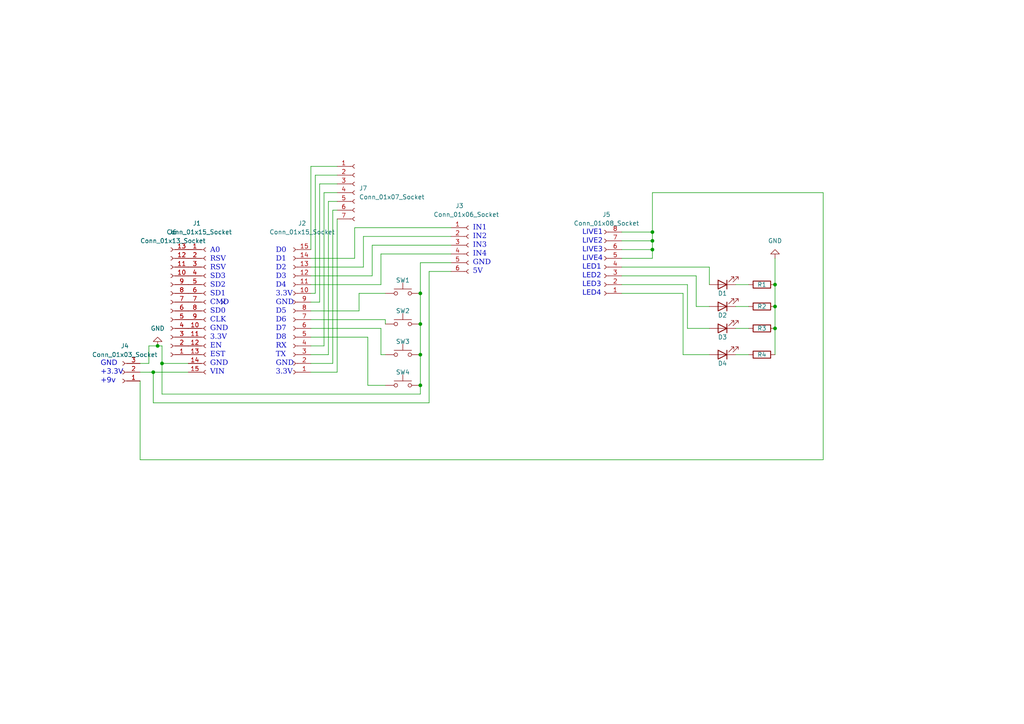
<source format=kicad_sch>
(kicad_sch (version 20230121) (generator eeschema)
  (paper "A4")
  (lib_symbols
    (symbol "Connector:Conn_01x03_Socket" (pin_names (offset 1.016) hide)
      (property "Reference" "J" (at 0 5.08 0))
      (property "Value" "Conn_01x03_Socket" (at 0 -5.08 0))
      (symbol "Conn_01x03_Socket_1_1"
        (arc (start 0 -2.032) (mid -0.5058 -2.54) (end 0 -3.048) (stroke (width 0.1524)))
        (polyline (pts (xy -1.27 -2.54) (xy -0.508 -2.54)) (stroke (width 0.1524)))
        (polyline (pts (xy -1.27 0) (xy -0.508 0)) (stroke (width 0.1524)))
        (polyline (pts (xy -1.27 2.54) (xy -0.508 2.54)) (stroke (width 0.1524)))
        (arc (start 0 0.508) (mid -0.5058 0) (end 0 -0.508) (stroke (width 0.1524)))
        (arc (start 0 3.048) (mid -0.5058 2.54) (end 0 2.032) (stroke (width 0.1524)))
        (pin passive line (at -5.08 2.54 0) (length 3.81) (name "Pin_1") (number "1"))
        (pin passive line (at -5.08 0 0) (length 3.81) (name "Pin_2") (number "2"))
        (pin passive line (at -5.08 -2.54 0) (length 3.81) (name "Pin_3") (number "3"))
      )
    )
    (symbol "Connector:Conn_01x06_Socket" (pin_names (offset 1.016) hide)
      (property "Reference" "J" (at 0 7.62 0))
      (property "Value" "Conn_01x06_Socket" (at 0 -10.16 0))
      (symbol "Conn_01x06_Socket_1_1"
        (arc (start 0 -7.112) (mid -0.5058 -7.62) (end 0 -8.128) (stroke (width 0.1524)))
        (arc (start 0 -4.572) (mid -0.5058 -5.08) (end 0 -5.588) (stroke (width 0.1524)))
        (arc (start 0 -2.032) (mid -0.5058 -2.54) (end 0 -3.048) (stroke (width 0.1524)))
        (polyline (pts (xy -1.27 -7.62) (xy -0.508 -7.62)) (stroke (width 0.1524)))
        (polyline (pts (xy -1.27 -5.08) (xy -0.508 -5.08)) (stroke (width 0.1524)))
        (polyline (pts (xy -1.27 -2.54) (xy -0.508 -2.54)) (stroke (width 0.1524)))
        (polyline (pts (xy -1.27 0) (xy -0.508 0)) (stroke (width 0.1524)))
        (polyline (pts (xy -1.27 2.54) (xy -0.508 2.54)) (stroke (width 0.1524)))
        (polyline (pts (xy -1.27 5.08) (xy -0.508 5.08)) (stroke (width 0.1524)))
        (arc (start 0 0.508) (mid -0.5058 0) (end 0 -0.508) (stroke (width 0.1524)))
        (arc (start 0 3.048) (mid -0.5058 2.54) (end 0 2.032) (stroke (width 0.1524)))
        (arc (start 0 5.588) (mid -0.5058 5.08) (end 0 4.572) (stroke (width 0.1524)))
        (pin passive line (at -5.08 5.08 0) (length 3.81) (name "Pin_1") (number "1"))
        (pin passive line (at -5.08 2.54 0) (length 3.81) (name "Pin_2") (number "2"))
        (pin passive line (at -5.08 0 0) (length 3.81) (name "Pin_3") (number "3"))
        (pin passive line (at -5.08 -2.54 0) (length 3.81) (name "Pin_4") (number "4"))
        (pin passive line (at -5.08 -5.08 0) (length 3.81) (name "Pin_5") (number "5"))
        (pin passive line (at -5.08 -7.62 0) (length 3.81) (name "Pin_6") (number "6"))
      )
    )
    (symbol "Connector:Conn_01x07_Socket" (pin_names (offset 1.016) hide)
      (property "Reference" "J" (at 0 10.16 0))
      (property "Value" "Conn_01x07_Socket" (at 0 -10.16 0))
      (symbol "Conn_01x07_Socket_1_1"
        (arc (start 0 -7.112) (mid -0.5058 -7.62) (end 0 -8.128) (stroke (width 0.1524)))
        (arc (start 0 -4.572) (mid -0.5058 -5.08) (end 0 -5.588) (stroke (width 0.1524)))
        (arc (start 0 -2.032) (mid -0.5058 -2.54) (end 0 -3.048) (stroke (width 0.1524)))
        (polyline (pts (xy -1.27 -7.62) (xy -0.508 -7.62)) (stroke (width 0.1524)))
        (polyline (pts (xy -1.27 -5.08) (xy -0.508 -5.08)) (stroke (width 0.1524)))
        (polyline (pts (xy -1.27 -2.54) (xy -0.508 -2.54)) (stroke (width 0.1524)))
        (polyline (pts (xy -1.27 0) (xy -0.508 0)) (stroke (width 0.1524)))
        (polyline (pts (xy -1.27 2.54) (xy -0.508 2.54)) (stroke (width 0.1524)))
        (polyline (pts (xy -1.27 5.08) (xy -0.508 5.08)) (stroke (width 0.1524)))
        (polyline (pts (xy -1.27 7.62) (xy -0.508 7.62)) (stroke (width 0.1524)))
        (arc (start 0 0.508) (mid -0.5058 0) (end 0 -0.508) (stroke (width 0.1524)))
        (arc (start 0 3.048) (mid -0.5058 2.54) (end 0 2.032) (stroke (width 0.1524)))
        (arc (start 0 5.588) (mid -0.5058 5.08) (end 0 4.572) (stroke (width 0.1524)))
        (arc (start 0 8.128) (mid -0.5058 7.62) (end 0 7.112) (stroke (width 0.1524)))
        (pin passive line (at -5.08 7.62 0) (length 3.81) (name "Pin_1") (number "1"))
        (pin passive line (at -5.08 5.08 0) (length 3.81) (name "Pin_2") (number "2"))
        (pin passive line (at -5.08 2.54 0) (length 3.81) (name "Pin_3") (number "3"))
        (pin passive line (at -5.08 0 0) (length 3.81) (name "Pin_4") (number "4"))
        (pin passive line (at -5.08 -2.54 0) (length 3.81) (name "Pin_5") (number "5"))
        (pin passive line (at -5.08 -5.08 0) (length 3.81) (name "Pin_6") (number "6"))
        (pin passive line (at -5.08 -7.62 0) (length 3.81) (name "Pin_7") (number "7"))
      )
    )
    (symbol "Connector:Conn_01x08_Socket" (pin_names (offset 1.016) hide)
      (property "Reference" "J" (at 0 10.16 0))
      (property "Value" "Conn_01x08_Socket" (at 0 -12.7 0))
      (symbol "Conn_01x08_Socket_1_1"
        (arc (start 0 -9.652) (mid -0.5058 -10.16) (end 0 -10.668) (stroke (width 0.1524)))
        (arc (start 0 -7.112) (mid -0.5058 -7.62) (end 0 -8.128) (stroke (width 0.1524)))
        (arc (start 0 -4.572) (mid -0.5058 -5.08) (end 0 -5.588) (stroke (width 0.1524)))
        (arc (start 0 -2.032) (mid -0.5058 -2.54) (end 0 -3.048) (stroke (width 0.1524)))
        (polyline (pts (xy -1.27 -10.16) (xy -0.508 -10.16)) (stroke (width 0.1524)))
        (polyline (pts (xy -1.27 -7.62) (xy -0.508 -7.62)) (stroke (width 0.1524)))
        (polyline (pts (xy -1.27 -5.08) (xy -0.508 -5.08)) (stroke (width 0.1524)))
        (polyline (pts (xy -1.27 -2.54) (xy -0.508 -2.54)) (stroke (width 0.1524)))
        (polyline (pts (xy -1.27 0) (xy -0.508 0)) (stroke (width 0.1524)))
        (polyline (pts (xy -1.27 2.54) (xy -0.508 2.54)) (stroke (width 0.1524)))
        (polyline (pts (xy -1.27 5.08) (xy -0.508 5.08)) (stroke (width 0.1524)))
        (polyline (pts (xy -1.27 7.62) (xy -0.508 7.62)) (stroke (width 0.1524)))
        (arc (start 0 0.508) (mid -0.5058 0) (end 0 -0.508) (stroke (width 0.1524)))
        (arc (start 0 3.048) (mid -0.5058 2.54) (end 0 2.032) (stroke (width 0.1524)))
        (arc (start 0 5.588) (mid -0.5058 5.08) (end 0 4.572) (stroke (width 0.1524)))
        (arc (start 0 8.128) (mid -0.5058 7.62) (end 0 7.112) (stroke (width 0.1524)))
        (pin passive line (at -5.08 7.62 0) (length 3.81) (name "Pin_1") (number "1"))
        (pin passive line (at -5.08 5.08 0) (length 3.81) (name "Pin_2") (number "2"))
        (pin passive line (at -5.08 2.54 0) (length 3.81) (name "Pin_3") (number "3"))
        (pin passive line (at -5.08 0 0) (length 3.81) (name "Pin_4") (number "4"))
        (pin passive line (at -5.08 -2.54 0) (length 3.81) (name "Pin_5") (number "5"))
        (pin passive line (at -5.08 -5.08 0) (length 3.81) (name "Pin_6") (number "6"))
        (pin passive line (at -5.08 -7.62 0) (length 3.81) (name "Pin_7") (number "7"))
        (pin passive line (at -5.08 -10.16 0) (length 3.81) (name "Pin_8") (number "8"))
      )
    )
    (symbol "Connector:Conn_01x13_Socket" (pin_names (offset 1.016) hide)
      (property "Reference" "J" (at 0 17.78 0))
      (property "Value" "Conn_01x13_Socket" (at 0 -17.78 0))
      (symbol "Conn_01x13_Socket_1_1"
        (arc (start 0 -14.732) (mid -0.5058 -15.24) (end 0 -15.748) (stroke (width 0.1524)))
        (arc (start 0 -12.192) (mid -0.5058 -12.7) (end 0 -13.208) (stroke (width 0.1524)))
        (arc (start 0 -9.652) (mid -0.5058 -10.16) (end 0 -10.668) (stroke (width 0.1524)))
        (arc (start 0 -7.112) (mid -0.5058 -7.62) (end 0 -8.128) (stroke (width 0.1524)))
        (arc (start 0 -4.572) (mid -0.5058 -5.08) (end 0 -5.588) (stroke (width 0.1524)))
        (arc (start 0 -2.032) (mid -0.5058 -2.54) (end 0 -3.048) (stroke (width 0.1524)))
        (polyline (pts (xy -1.27 -15.24) (xy -0.508 -15.24)) (stroke (width 0.1524)))
        (polyline (pts (xy -1.27 -12.7) (xy -0.508 -12.7)) (stroke (width 0.1524)))
        (polyline (pts (xy -1.27 -10.16) (xy -0.508 -10.16)) (stroke (width 0.1524)))
        (polyline (pts (xy -1.27 -7.62) (xy -0.508 -7.62)) (stroke (width 0.1524)))
        (polyline (pts (xy -1.27 -5.08) (xy -0.508 -5.08)) (stroke (width 0.1524)))
        (polyline (pts (xy -1.27 -2.54) (xy -0.508 -2.54)) (stroke (width 0.1524)))
        (polyline (pts (xy -1.27 0) (xy -0.508 0)) (stroke (width 0.1524)))
        (polyline (pts (xy -1.27 2.54) (xy -0.508 2.54)) (stroke (width 0.1524)))
        (polyline (pts (xy -1.27 5.08) (xy -0.508 5.08)) (stroke (width 0.1524)))
        (polyline (pts (xy -1.27 7.62) (xy -0.508 7.62)) (stroke (width 0.1524)))
        (polyline (pts (xy -1.27 10.16) (xy -0.508 10.16)) (stroke (width 0.1524)))
        (polyline (pts (xy -1.27 12.7) (xy -0.508 12.7)) (stroke (width 0.1524)))
        (polyline (pts (xy -1.27 15.24) (xy -0.508 15.24)) (stroke (width 0.1524)))
        (arc (start 0 0.508) (mid -0.5058 0) (end 0 -0.508) (stroke (width 0.1524)))
        (arc (start 0 3.048) (mid -0.5058 2.54) (end 0 2.032) (stroke (width 0.1524)))
        (arc (start 0 5.588) (mid -0.5058 5.08) (end 0 4.572) (stroke (width 0.1524)))
        (arc (start 0 8.128) (mid -0.5058 7.62) (end 0 7.112) (stroke (width 0.1524)))
        (arc (start 0 10.668) (mid -0.5058 10.16) (end 0 9.652) (stroke (width 0.1524)))
        (arc (start 0 13.208) (mid -0.5058 12.7) (end 0 12.192) (stroke (width 0.1524)))
        (arc (start 0 15.748) (mid -0.5058 15.24) (end 0 14.732) (stroke (width 0.1524)))
        (pin passive line (at -5.08 15.24 0) (length 3.81) (name "Pin_1") (number "1"))
        (pin passive line (at -5.08 -7.62 0) (length 3.81) (name "Pin_10") (number "10"))
        (pin passive line (at -5.08 -10.16 0) (length 3.81) (name "Pin_11") (number "11"))
        (pin passive line (at -5.08 -12.7 0) (length 3.81) (name "Pin_12") (number "12"))
        (pin passive line (at -5.08 -15.24 0) (length 3.81) (name "Pin_13") (number "13"))
        (pin passive line (at -5.08 12.7 0) (length 3.81) (name "Pin_2") (number "2"))
        (pin passive line (at -5.08 10.16 0) (length 3.81) (name "Pin_3") (number "3"))
        (pin passive line (at -5.08 7.62 0) (length 3.81) (name "Pin_4") (number "4"))
        (pin passive line (at -5.08 5.08 0) (length 3.81) (name "Pin_5") (number "5"))
        (pin passive line (at -5.08 2.54 0) (length 3.81) (name "Pin_6") (number "6"))
        (pin passive line (at -5.08 0 0) (length 3.81) (name "Pin_7") (number "7"))
        (pin passive line (at -5.08 -2.54 0) (length 3.81) (name "Pin_8") (number "8"))
        (pin passive line (at -5.08 -5.08 0) (length 3.81) (name "Pin_9") (number "9"))
      )
    )
    (symbol "Connector:Conn_01x15_Socket" (pin_names (offset 1.016) hide)
      (property "Reference" "J" (at 0 20.32 0))
      (property "Value" "Conn_01x15_Socket" (at 0 -20.32 0))
      (symbol "Conn_01x15_Socket_1_1"
        (arc (start 0 -17.272) (mid -0.5058 -17.78) (end 0 -18.288) (stroke (width 0.1524)))
        (arc (start 0 -14.732) (mid -0.5058 -15.24) (end 0 -15.748) (stroke (width 0.1524)))
        (arc (start 0 -12.192) (mid -0.5058 -12.7) (end 0 -13.208) (stroke (width 0.1524)))
        (arc (start 0 -9.652) (mid -0.5058 -10.16) (end 0 -10.668) (stroke (width 0.1524)))
        (arc (start 0 -7.112) (mid -0.5058 -7.62) (end 0 -8.128) (stroke (width 0.1524)))
        (arc (start 0 -4.572) (mid -0.5058 -5.08) (end 0 -5.588) (stroke (width 0.1524)))
        (arc (start 0 -2.032) (mid -0.5058 -2.54) (end 0 -3.048) (stroke (width 0.1524)))
        (polyline (pts (xy -1.27 -17.78) (xy -0.508 -17.78)) (stroke (width 0.1524)))
        (polyline (pts (xy -1.27 -15.24) (xy -0.508 -15.24)) (stroke (width 0.1524)))
        (polyline (pts (xy -1.27 -12.7) (xy -0.508 -12.7)) (stroke (width 0.1524)))
        (polyline (pts (xy -1.27 -10.16) (xy -0.508 -10.16)) (stroke (width 0.1524)))
        (polyline (pts (xy -1.27 -7.62) (xy -0.508 -7.62)) (stroke (width 0.1524)))
        (polyline (pts (xy -1.27 -5.08) (xy -0.508 -5.08)) (stroke (width 0.1524)))
        (polyline (pts (xy -1.27 -2.54) (xy -0.508 -2.54)) (stroke (width 0.1524)))
        (polyline (pts (xy -1.27 0) (xy -0.508 0)) (stroke (width 0.1524)))
        (polyline (pts (xy -1.27 2.54) (xy -0.508 2.54)) (stroke (width 0.1524)))
        (polyline (pts (xy -1.27 5.08) (xy -0.508 5.08)) (stroke (width 0.1524)))
        (polyline (pts (xy -1.27 7.62) (xy -0.508 7.62)) (stroke (width 0.1524)))
        (polyline (pts (xy -1.27 10.16) (xy -0.508 10.16)) (stroke (width 0.1524)))
        (polyline (pts (xy -1.27 12.7) (xy -0.508 12.7)) (stroke (width 0.1524)))
        (polyline (pts (xy -1.27 15.24) (xy -0.508 15.24)) (stroke (width 0.1524)))
        (polyline (pts (xy -1.27 17.78) (xy -0.508 17.78)) (stroke (width 0.1524)))
        (arc (start 0 0.508) (mid -0.5058 0) (end 0 -0.508) (stroke (width 0.1524)))
        (arc (start 0 3.048) (mid -0.5058 2.54) (end 0 2.032) (stroke (width 0.1524)))
        (arc (start 0 5.588) (mid -0.5058 5.08) (end 0 4.572) (stroke (width 0.1524)))
        (arc (start 0 8.128) (mid -0.5058 7.62) (end 0 7.112) (stroke (width 0.1524)))
        (arc (start 0 10.668) (mid -0.5058 10.16) (end 0 9.652) (stroke (width 0.1524)))
        (arc (start 0 13.208) (mid -0.5058 12.7) (end 0 12.192) (stroke (width 0.1524)))
        (arc (start 0 15.748) (mid -0.5058 15.24) (end 0 14.732) (stroke (width 0.1524)))
        (arc (start 0 18.288) (mid -0.5058 17.78) (end 0 17.272) (stroke (width 0.1524)))
        (pin passive line (at -5.08 17.78 0) (length 3.81) (name "Pin_1") (number "1"))
        (pin passive line (at -5.08 -5.08 0) (length 3.81) (name "Pin_10") (number "10"))
        (pin passive line (at -5.08 -7.62 0) (length 3.81) (name "Pin_11") (number "11"))
        (pin passive line (at -5.08 -10.16 0) (length 3.81) (name "Pin_12") (number "12"))
        (pin passive line (at -5.08 -12.7 0) (length 3.81) (name "Pin_13") (number "13"))
        (pin passive line (at -5.08 -15.24 0) (length 3.81) (name "Pin_14") (number "14"))
        (pin passive line (at -5.08 -17.78 0) (length 3.81) (name "Pin_15") (number "15"))
        (pin passive line (at -5.08 15.24 0) (length 3.81) (name "Pin_2") (number "2"))
        (pin passive line (at -5.08 12.7 0) (length 3.81) (name "Pin_3") (number "3"))
        (pin passive line (at -5.08 10.16 0) (length 3.81) (name "Pin_4") (number "4"))
        (pin passive line (at -5.08 7.62 0) (length 3.81) (name "Pin_5") (number "5"))
        (pin passive line (at -5.08 5.08 0) (length 3.81) (name "Pin_6") (number "6"))
        (pin passive line (at -5.08 2.54 0) (length 3.81) (name "Pin_7") (number "7"))
        (pin passive line (at -5.08 0 0) (length 3.81) (name "Pin_8") (number "8"))
        (pin passive line (at -5.08 -2.54 0) (length 3.81) (name "Pin_9") (number "9"))
      )
    )
    (symbol "Device:LED" (pin_numbers hide) (pin_names (offset 1.016) hide)
      (property "Reference" "D" (at 0 2.54 0))
      (property "Value" "LED" (at 0 -2.54 0))
      (symbol "LED_0_1"
        (polyline (pts (xy -1.27 -1.27) (xy -1.27 1.27)) (stroke (width 0.254)))
        (polyline (pts (xy -1.27 0) (xy 1.27 0)))
        (polyline (pts (xy 1.27 -1.27) (xy 1.27 1.27) (xy -1.27 0) (xy 1.27 -1.27)) (stroke (width 0.254)))
        (polyline (pts (xy -3.048 -0.762) (xy -4.572 -2.286) (xy -3.81 -2.286) (xy -4.572 -2.286) (xy -4.572 -1.524)))
        (polyline (pts (xy -1.778 -0.762) (xy -3.302 -2.286) (xy -2.54 -2.286) (xy -3.302 -2.286) (xy -3.302 -1.524)))
      )
      (symbol "LED_1_1"
        (pin passive line (at -3.81 0 0) (length 2.54) (name "K") (number "1"))
        (pin passive line (at 3.81 0 180) (length 2.54) (name "A") (number "2"))
      )
    )
    (symbol "Device:R" (pin_numbers hide) (pin_names (offset 0))
      (property "Reference" "R" (at 2.032 0 90))
      (property "Value" "R" (at 0 0 90))
      (symbol "R_0_1"
        (rectangle (start -1.016 -2.54) (end 1.016 2.54) (stroke (width 0.254)))
      )
      (symbol "R_1_1"
        (pin passive line (at 0 3.81 270) (length 1.27) (name "~") (number "1"))
        (pin passive line (at 0 -3.81 90) (length 1.27) (name "~") (number "2"))
      )
    )
    (symbol "Switch:SW_Push" (pin_numbers hide) (pin_names (offset 1.016) hide)
      (property "Reference" "SW" (at 1.27 2.54 0))
      (property "Value" "SW_Push" (at 0 -1.524 0))
      (symbol "SW_Push_0_1"
        (circle (center -2.032 0) (radius 0.508))
        (polyline (pts (xy 0 1.27) (xy 0 3.048)))
        (polyline (pts (xy 2.54 1.27) (xy -2.54 1.27)))
        (circle (center 2.032 0) (radius 0.508))
        (pin passive line (at -5.08 0 0) (length 2.54) (name "1") (number "1"))
        (pin passive line (at 5.08 0 180) (length 2.54) (name "2") (number "2"))
      )
    )
    (symbol "power:GND" (power) (pin_names (offset 0))
      (property "Value" "GND" (at 0 -3.81 0))
      (symbol "GND_0_1"
        (polyline (pts (xy 0 0) (xy 0 -1.27) (xy 1.27 -1.27) (xy 0 -2.54) (xy -1.27 -1.27) (xy 0 -1.27)))
      )
      (symbol "GND_1_1"
        (pin power_in line (at 0 0 270) (length 0) hide (name "GND") (number "1"))
      )
    )
  )
  (junction (at 189.23 72.39))
  (junction (at 189.23 69.85))
  (junction (at 46.99 105.41))
  (junction (at 121.92 85.09))
  (junction (at 224.79 88.9))
  (junction (at 224.79 82.55))
  (junction (at 45.72 100.33))
  (junction (at 224.79 95.25))
  (junction (at 121.92 111.76))
  (junction (at 189.23 67.31))
  (junction (at 44.45 107.95))
  (junction (at 121.92 93.98))
  (junction (at 121.92 102.87))
  (no_connect (at 64.77 87.63))
  (wire (pts (xy 213.36 95.25) (xy 217.17 95.25)))
  (wire (pts (xy 121.92 76.2) (xy 121.92 85.09)))
  (wire (pts (xy 213.36 102.87) (xy 217.17 102.87)))
  (wire (pts (xy 102.87 74.93) (xy 90.17 74.93)))
  (wire (pts (xy 124.46 116.84) (xy 44.45 116.84)))
  (wire (pts (xy 110.49 82.55) (xy 90.17 82.55)))
  (wire (pts (xy 102.87 66.04) (xy 102.87 74.93)))
  (wire (pts (xy 95.25 58.42) (xy 97.79 58.42)))
  (wire (pts (xy 121.92 93.98) (xy 121.92 102.87)))
  (wire (pts (xy 44.45 107.95) (xy 44.45 116.84)))
  (wire (pts (xy 90.17 80.01) (xy 107.95 80.01)))
  (wire (pts (xy 90.17 97.79) (xy 106.68 97.79)))
  (wire (pts (xy 97.79 107.95) (xy 97.79 63.5)))
  (wire (pts (xy 180.34 69.85) (xy 189.23 69.85)))
  (wire (pts (xy 189.23 72.39) (xy 189.23 74.93)))
  (wire (pts (xy 91.44 85.09) (xy 90.17 85.09)))
  (wire (pts (xy 213.36 88.9) (xy 217.17 88.9)))
  (wire (pts (xy 95.25 102.87) (xy 95.25 58.42)))
  (wire (pts (xy 110.49 73.66) (xy 110.49 82.55)))
  (wire (pts (xy 92.71 53.34) (xy 97.79 53.34)))
  (wire (pts (xy 40.64 107.95) (xy 44.45 107.95)))
  (wire (pts (xy 46.99 114.3) (xy 121.92 114.3)))
  (wire (pts (xy 130.81 66.04) (xy 102.87 66.04)))
  (wire (pts (xy 97.79 50.8) (xy 91.44 50.8)))
  (wire (pts (xy 40.64 105.41) (xy 43.18 105.41)))
  (wire (pts (xy 107.95 80.01) (xy 107.95 71.12)))
  (wire (pts (xy 104.14 85.09) (xy 111.76 85.09)))
  (wire (pts (xy 130.81 68.58) (xy 105.41 68.58)))
  (wire (pts (xy 224.79 82.55) (xy 224.79 88.9)))
  (wire (pts (xy 130.81 78.74) (xy 124.46 78.74)))
  (wire (pts (xy 107.95 71.12) (xy 130.81 71.12)))
  (wire (pts (xy 90.17 72.39) (xy 90.17 48.26)))
  (wire (pts (xy 46.99 105.41) (xy 54.61 105.41)))
  (wire (pts (xy 106.68 97.79) (xy 106.68 111.76)))
  (wire (pts (xy 180.34 82.55) (xy 199.39 82.55)))
  (wire (pts (xy 180.34 74.93) (xy 189.23 74.93)))
  (wire (pts (xy 104.14 90.17) (xy 104.14 85.09)))
  (wire (pts (xy 121.92 85.09) (xy 121.92 93.98)))
  (wire (pts (xy 46.99 105.41) (xy 46.99 114.3)))
  (wire (pts (xy 96.52 105.41) (xy 90.17 105.41)))
  (wire (pts (xy 46.99 100.33) (xy 46.99 105.41)))
  (wire (pts (xy 90.17 95.25) (xy 110.49 95.25)))
  (wire (pts (xy 111.76 92.71) (xy 111.76 93.98)))
  (wire (pts (xy 201.93 88.9) (xy 205.74 88.9)))
  (wire (pts (xy 106.68 111.76) (xy 111.76 111.76)))
  (wire (pts (xy 238.76 55.88) (xy 238.76 133.35)))
  (wire (pts (xy 105.41 68.58) (xy 105.41 77.47)))
  (wire (pts (xy 224.79 74.93) (xy 224.79 82.55)))
  (wire (pts (xy 189.23 55.88) (xy 189.23 67.31)))
  (wire (pts (xy 198.12 85.09) (xy 198.12 102.87)))
  (wire (pts (xy 46.99 100.33) (xy 45.72 100.33)))
  (wire (pts (xy 121.92 102.87) (xy 121.92 111.76)))
  (wire (pts (xy 91.44 50.8) (xy 91.44 85.09)))
  (wire (pts (xy 189.23 69.85) (xy 189.23 67.31)))
  (wire (pts (xy 189.23 55.88) (xy 238.76 55.88)))
  (wire (pts (xy 224.79 95.25) (xy 224.79 102.87)))
  (wire (pts (xy 121.92 111.76) (xy 121.92 114.3)))
  (wire (pts (xy 130.81 76.2) (xy 121.92 76.2)))
  (wire (pts (xy 110.49 95.25) (xy 110.49 102.87)))
  (wire (pts (xy 238.76 133.35) (xy 40.64 133.35)))
  (wire (pts (xy 97.79 55.88) (xy 93.98 55.88)))
  (wire (pts (xy 205.74 77.47) (xy 205.74 82.55)))
  (wire (pts (xy 90.17 90.17) (xy 104.14 90.17)))
  (wire (pts (xy 93.98 100.33) (xy 90.17 100.33)))
  (wire (pts (xy 90.17 87.63) (xy 92.71 87.63)))
  (wire (pts (xy 40.64 110.49) (xy 40.64 133.35)))
  (wire (pts (xy 180.34 80.01) (xy 201.93 80.01)))
  (wire (pts (xy 45.72 100.33) (xy 43.18 100.33)))
  (wire (pts (xy 92.71 87.63) (xy 92.71 53.34)))
  (wire (pts (xy 213.36 82.55) (xy 217.17 82.55)))
  (wire (pts (xy 224.79 88.9) (xy 224.79 95.25)))
  (wire (pts (xy 124.46 78.74) (xy 124.46 116.84)))
  (wire (pts (xy 44.45 107.95) (xy 54.61 107.95)))
  (wire (pts (xy 180.34 85.09) (xy 198.12 85.09)))
  (wire (pts (xy 201.93 80.01) (xy 201.93 88.9)))
  (wire (pts (xy 43.18 100.33) (xy 43.18 105.41)))
  (wire (pts (xy 189.23 67.31) (xy 180.34 67.31)))
  (wire (pts (xy 96.52 60.96) (xy 96.52 105.41)))
  (wire (pts (xy 180.34 77.47) (xy 205.74 77.47)))
  (wire (pts (xy 93.98 55.88) (xy 93.98 100.33)))
  (wire (pts (xy 105.41 77.47) (xy 90.17 77.47)))
  (wire (pts (xy 110.49 102.87) (xy 111.76 102.87)))
  (wire (pts (xy 90.17 107.95) (xy 97.79 107.95)))
  (wire (pts (xy 199.39 82.55) (xy 199.39 95.25)))
  (wire (pts (xy 189.23 69.85) (xy 189.23 72.39)))
  (wire (pts (xy 130.81 73.66) (xy 110.49 73.66)))
  (wire (pts (xy 90.17 48.26) (xy 97.79 48.26)))
  (wire (pts (xy 199.39 95.25) (xy 205.74 95.25)))
  (wire (pts (xy 90.17 102.87) (xy 95.25 102.87)))
  (wire (pts (xy 97.79 60.96) (xy 96.52 60.96)))
  (wire (pts (xy 180.34 72.39) (xy 189.23 72.39)))
  (wire (pts (xy 198.12 102.87) (xy 205.74 102.87)))
  (wire (pts (xy 90.17 92.71) (xy 111.76 92.71)))
  (text "D0\nD1\nD2\nD3\nD4\n3.3V\nGND\nD5\nD6\nD7\nD8\nRX\nTX\nGND\n3.3V" (at 80.01 109.22 0) (effects (font (size 1.5 1.5)) (justify left bottom)))
  (text "GND\n+3.3V\n+9v\n" (at 29.21 111.76 0) (effects (font (size 1.5 1.5)) (justify left bottom)))
  (text "IN1\nIN2\nIN3\nIN4\nGND\n5V" (at 137.16 80.01 0) (effects (font (size 1.5 1.5)) (justify left bottom)))
  (text "A0\nRSV\nRSV\nSD3\nSD2\nSD1\nCMD\nSD0\nCLK\nGND\n3.3V\nEN\nEST\nGND\nVIN" (at 60.96 109.22 0) (effects (font (size 1.5 1.5)) (justify left bottom)))
  (text "LIVE1\nLIVE2\nLIVE3\nLIVE4\nLED1\nLED2\nLED3\nLED4" (at 168.91 86.36 0) (effects (font (size 1.5 1.5)) (justify left bottom)))
  (symbol (lib_id "Device:R") (at 220.98 82.55 90) (unit 1)
    (property "Reference" "R1" (at 220.98 82.55 90))
    (property "Value" "R" (effects hide))
    (property "Footprint" "Resistor_THT:R_Axial_DIN0204_L3.6mm_D1.6mm_P7.62mm_Horizontal" (effects hide))
  )
  (symbol (lib_id "Device:R") (at 220.98 102.87 90) (unit 1)
    (property "Reference" "R4" (at 220.98 102.87 90))
    (property "Value" "R" (effects hide))
    (property "Footprint" "Resistor_THT:R_Axial_DIN0204_L3.6mm_D1.6mm_P7.62mm_Horizontal" (effects hide))
  )
  (symbol (lib_id "Switch:SW_Push") (at 116.84 93.98 0) (unit 1)
    (property "Reference" "SW2" (at 116.84 90.17 0))
    (property "Value" "SW_Push" (effects hide))
    (property "Footprint" "Button_Switch_THT:SW_PUSH_6mm" (effects hide))
  )
  (symbol (lib_id "power:GND") (at 45.72 100.33 180) (unit 1)
    (property "Reference" "#PWR01" (effects hide))
    (property "Value" "GND" (at 45.72 95.25 0))
  )
  (symbol (lib_id "Device:R") (at 220.98 95.25 90) (unit 1)
    (property "Reference" "R3" (at 220.98 95.25 90))
    (property "Value" "R" (effects hide))
    (property "Footprint" "Resistor_THT:R_Axial_DIN0204_L3.6mm_D1.6mm_P7.62mm_Horizontal" (effects hide))
  )
  (symbol (lib_id "Device:R") (at 220.98 88.9 90) (unit 1)
    (property "Reference" "R2" (at 220.98 88.9 90))
    (property "Value" "R" (effects hide))
    (property "Footprint" "Resistor_THT:R_Axial_DIN0204_L3.6mm_D1.6mm_P7.62mm_Horizontal" (effects hide))
  )
  (symbol (lib_id "Device:LED") (at 209.55 95.25 180) (unit 1)
    (property "Reference" "D3" (at 209.55 97.79 0))
    (property "Value" "LED" (effects hide))
    (property "Footprint" "LED_THT:LED_D10.0mm" (effects hide))
  )
  (symbol (lib_id "power:GND") (at 224.79 74.93 180) (unit 1)
    (property "Reference" "#PWR02" (effects hide))
    (property "Value" "GND" (at 224.79 69.85 0))
  )
  (symbol (lib_id "Switch:SW_Push") (at 116.84 85.09 0) (unit 1)
    (property "Reference" "SW1" (at 116.84 81.28 0))
    (property "Value" "SW_Push" (effects hide))
    (property "Footprint" "Button_Switch_THT:SW_PUSH_6mm" (effects hide))
  )
  (symbol (lib_id "Switch:SW_Push") (at 116.84 111.76 0) (unit 1)
    (property "Reference" "SW4" (at 116.84 107.95 0))
    (property "Value" "SW_Push" (effects hide))
    (property "Footprint" "Button_Switch_THT:SW_PUSH_6mm" (effects hide))
  )
  (symbol (lib_id "Connector:Conn_01x07_Socket") (at 102.87 55.88 0) (unit 1)
    (property "Reference" "J7" (at 104.14 54.61 0) (effects (justify left)))
    (property "Value" "Conn_01x07_Socket" (at 104.14 57.15 0) (effects (justify left)))
    (property "Footprint" "Connector_PinSocket_2.54mm:PinSocket_1x07_P2.54mm_Vertical" (effects hide))
  )
  (symbol (lib_id "Connector:Conn_01x08_Socket") (at 175.26 77.47 180) (unit 1)
    (property "Reference" "J5" (at 175.895 62.23 0))
    (property "Value" "Conn_01x08_Socket" (at 175.895 64.77 0))
    (property "Footprint" "Connector_PinSocket_2.54mm:PinSocket_1x08_P2.54mm_Vertical" (effects hide))
  )
  (symbol (lib_id "Connector:Conn_01x15_Socket") (at 85.09 90.17 180) (unit 1)
    (property "Reference" "J2" (at 87.63 64.77 0))
    (property "Value" "Conn_01x15_Socket" (at 87.63 67.31 0))
    (property "Footprint" "Connector_PinSocket_2.54mm:PinSocket_1x15_P2.54mm_Vertical" (effects hide))
  )
  (symbol (lib_id "Connector:Conn_01x15_Socket") (at 59.69 90.17 0) (unit 1)
    (property "Reference" "J1" (at 55.88 64.77 0) (effects (justify left)))
    (property "Value" "Conn_01x15_Socket" (at 48.26 67.31 0) (effects (justify left)))
    (property "Footprint" "Connector_PinSocket_2.54mm:PinSocket_1x15_P2.54mm_Vertical" (effects hide))
  )
  (symbol (lib_id "Connector:Conn_01x13_Socket") (at 49.53 87.63 180) (unit 1)
    (property "Reference" "J6" (at 50.165 67.31 0))
    (property "Value" "Conn_01x13_Socket" (at 50.165 69.85 0))
    (property "Footprint" "Connector_PinSocket_2.54mm:PinSocket_1x13_P2.54mm_Vertical" (effects hide))
  )
  (symbol (lib_id "Connector:Conn_01x06_Socket") (at 135.89 71.12 0) (unit 1)
    (property "Reference" "J3" (at 132.08 59.69 0) (effects (justify left)))
    (property "Value" "Conn_01x06_Socket" (at 125.73 62.23 0) (effects (justify left)))
    (property "Footprint" "Connector_PinSocket_2.54mm:PinSocket_1x06_P2.54mm_Vertical" (effects hide))
  )
  (symbol (lib_id "Connector:Conn_01x03_Socket") (at 35.56 107.95 180) (unit 1)
    (property "Reference" "J4" (at 36.195 100.33 0))
    (property "Value" "Conn_01x03_Socket" (at 36.195 102.87 0))
    (property "Footprint" "Connector_PinSocket_2.54mm:PinSocket_1x03_P2.54mm_Vertical" (effects hide))
  )
  (symbol (lib_id "Device:LED") (at 209.55 102.87 180) (unit 1)
    (property "Reference" "D4" (at 209.55 105.41 0))
    (property "Value" "LED" (effects hide))
    (property "Footprint" "LED_THT:LED_D10.0mm" (effects hide))
  )
  (symbol (lib_id "Device:LED") (at 209.55 88.9 180) (unit 1)
    (property "Reference" "D2" (at 209.55 91.44 0))
    (property "Value" "LED" (effects hide))
    (property "Footprint" "LED_THT:LED_D10.0mm" (effects hide))
  )
  (symbol (lib_id "Device:LED") (at 209.55 82.55 180) (unit 1)
    (property "Reference" "D1" (at 209.55 85.09 0))
    (property "Value" "LED" (effects hide))
    (property "Footprint" "LED_THT:LED_D10.0mm" (effects hide))
  )
  (symbol (lib_id "Switch:SW_Push") (at 116.84 102.87 0) (unit 1)
    (property "Reference" "SW3" (at 116.84 99.06 0))
    (property "Value" "SW_Push" (effects hide))
    (property "Footprint" "Button_Switch_THT:SW_PUSH_6mm" (effects hide))
  )
)
</source>
